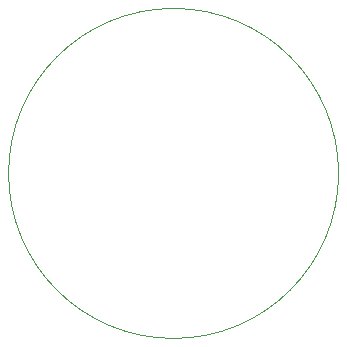
<source format=gm1>
G04 #@! TF.GenerationSoftware,KiCad,Pcbnew,(5.1.12)-1*
G04 #@! TF.CreationDate,2021-11-24T10:48:37+01:00*
G04 #@! TF.ProjectId,solo-nixie,736f6c6f-2d6e-4697-9869-652e6b696361,rev?*
G04 #@! TF.SameCoordinates,Original*
G04 #@! TF.FileFunction,Profile,NP*
%FSLAX46Y46*%
G04 Gerber Fmt 4.6, Leading zero omitted, Abs format (unit mm)*
G04 Created by KiCad (PCBNEW (5.1.12)-1) date 2021-11-24 10:48:37*
%MOMM*%
%LPD*%
G01*
G04 APERTURE LIST*
G04 #@! TA.AperFunction,Profile*
%ADD10C,0.050000*%
G04 #@! TD*
G04 APERTURE END LIST*
D10*
X204470000Y-101600000D02*
G75*
G03*
X204470000Y-101600000I-13970000J0D01*
G01*
M02*

</source>
